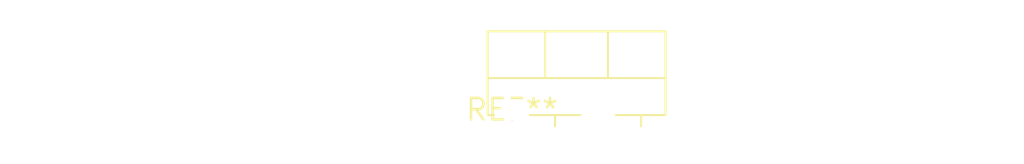
<source format=kicad_pcb>
(kicad_pcb (version 20240108) (generator pcbnew)
  (layers (0 "F.Cu" signal) (31 "B.Cu" signal) (34 "B.Paste" user) (35 "F.Paste" user) (36 "B.SilkS" user "B.Silkscreen") (37 "F.SilkS" user "F.Silkscreen") (38 "B.Mask" user) (39 "F.Mask" user) (44 "Edge.Cuts" user))
  (net 0 "")
  (footprint "TO-220F-4_P5.08x2.05mm_StaggerEven_Lead1.85mm_Vertical" (layer "F.Cu") (at 0 0)
    (property "Reference" "REF**")
    (property "Value" "TO-220F-4_P5.08x2.05mm_StaggerEven_Lead1.85mm_Vertical")
    (fp_line (start -1.44 -4.62) (end -1.44 0.321) (layer "F.SilkS") (stroke (width 0.12)))
    (fp_line (start -1.44 -4.62) (end 9.06 -4.62) (layer "F.SilkS") (stroke (width 0.12)))
    (fp_line (start -1.44 -1.861) (end 9.06 -1.861) (layer "F.SilkS") (stroke (width 0.12)))
    (fp_line (start -1.44 0.321) (end -1.05 0.321) (layer "F.SilkS") (stroke (width 0.12)))
    (fp_line (start 1.05 0.321) (end 4.049 0.321) (layer "F.SilkS") (stroke (width 0.12)))
    (fp_line (start 1.96 -4.62) (end 1.96 -1.861) (layer "F.SilkS") (stroke (width 0.12)))
    (fp_line (start 2.54 0.321) (end 2.54 0.985) (layer "F.SilkS") (stroke (width 0.12)))
    (fp_line (start 5.66 -4.62) (end 5.66 -1.861) (layer "F.SilkS") (stroke (width 0.12)))
    (fp_line (start 6.112 0.321) (end 9.06 0.321) (layer "F.SilkS") (stroke (width 0.12)))
    (fp_line (start 7.62 0.321) (end 7.62 0.985) (layer "F.SilkS") (stroke (width 0.12)))
    (fp_line (start 9.06 -4.62) (end 9.06 0.321) (layer "F.SilkS") (stroke (width 0.12)))
    (pad "1" thru_hole rect (at 0 0) (size 1.8 1.8) (drill 1.2) (layers *.Cu *.Mask) (remove_unused_layers))
    (pad "2" thru_hole oval (at 2.54 2.05) (size 1.8 1.8) (drill 1.2) (layers *.Cu *.Mask) (remove_unused_layers))
    (pad "3" thru_hole oval (at 5.08 0) (size 1.8 1.8) (drill 1.2) (layers *.Cu *.Mask) (remove_unused_layers))
    (pad "4" thru_hole oval (at 7.62 2.05) (size 1.8 1.8) (drill 1.2) (layers *.Cu *.Mask) (remove_unused_layers))
  )
)
</source>
